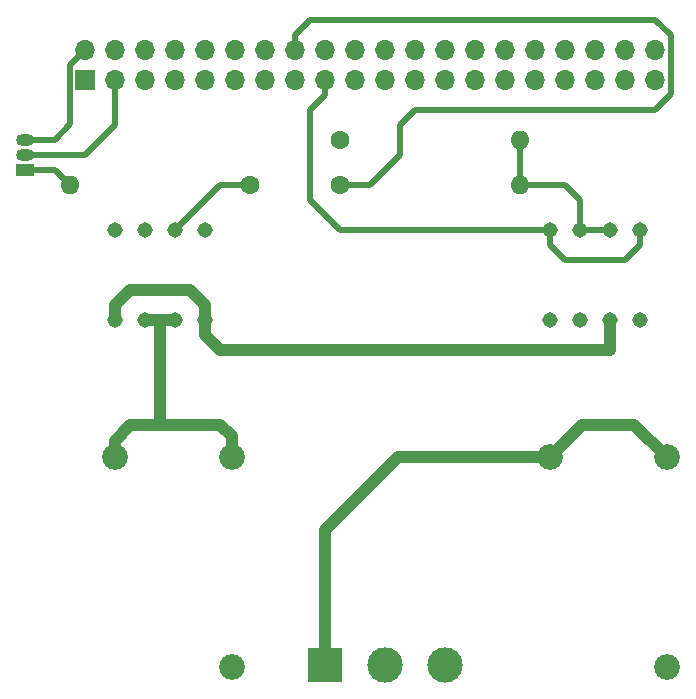
<source format=gbr>
%TF.GenerationSoftware,KiCad,Pcbnew,5.1.10-88a1d61d58~90~ubuntu20.04.1*%
%TF.CreationDate,2021-09-14T14:26:02-04:00*%
%TF.ProjectId,tele-pi,74656c65-2d70-4692-9e6b-696361645f70,rev?*%
%TF.SameCoordinates,Original*%
%TF.FileFunction,Copper,L1,Top*%
%TF.FilePolarity,Positive*%
%FSLAX46Y46*%
G04 Gerber Fmt 4.6, Leading zero omitted, Abs format (unit mm)*
G04 Created by KiCad (PCBNEW 5.1.10-88a1d61d58~90~ubuntu20.04.1) date 2021-09-14 14:26:02*
%MOMM*%
%LPD*%
G01*
G04 APERTURE LIST*
%TA.AperFunction,ComponentPad*%
%ADD10O,1.600000X1.600000*%
%TD*%
%TA.AperFunction,ComponentPad*%
%ADD11C,1.600000*%
%TD*%
%TA.AperFunction,ComponentPad*%
%ADD12C,3.000000*%
%TD*%
%TA.AperFunction,ComponentPad*%
%ADD13R,3.000000X3.000000*%
%TD*%
%TA.AperFunction,ComponentPad*%
%ADD14C,1.308100*%
%TD*%
%TA.AperFunction,ComponentPad*%
%ADD15C,2.171700*%
%TD*%
%TA.AperFunction,ComponentPad*%
%ADD16R,1.500000X1.050000*%
%TD*%
%TA.AperFunction,ComponentPad*%
%ADD17O,1.500000X1.050000*%
%TD*%
%TA.AperFunction,ComponentPad*%
%ADD18O,1.700000X1.700000*%
%TD*%
%TA.AperFunction,ComponentPad*%
%ADD19R,1.700000X1.700000*%
%TD*%
%TA.AperFunction,Conductor*%
%ADD20C,0.500000*%
%TD*%
%TA.AperFunction,Conductor*%
%ADD21C,1.000000*%
%TD*%
G04 APERTURE END LIST*
D10*
%TO.P,R1,2*%
%TO.N,Net-(Q1-Pad1)*%
X82550000Y-69850000D03*
D11*
%TO.P,R1,1*%
%TO.N,Net-(K1-Pad2)*%
X97790000Y-69850000D03*
%TD*%
D12*
%TO.P,+            -,3*%
%TO.N,Net-(J1-TX1-PadS)*%
X114300000Y-110490000D03*
%TO.P,+            -,2*%
%TO.N,Net-(J2-Pad2)*%
X109220000Y-110490000D03*
D13*
%TO.P,+            -,1*%
%TO.N,Net-(J1-TX2-PadT)*%
X104140000Y-110490000D03*
%TD*%
D10*
%TO.P,R3,2*%
%TO.N,Net-(K2-Pad6)*%
X120650000Y-66040000D03*
D11*
%TO.P,R3,1*%
%TO.N,GND*%
X105410000Y-66040000D03*
%TD*%
D10*
%TO.P,R2,2*%
%TO.N,Net-(K2-Pad6)*%
X120650000Y-69850000D03*
D11*
%TO.P,R2,1*%
%TO.N,Net-(J1-Pad16)*%
X105410000Y-69850000D03*
%TD*%
D14*
%TO.P,K2,8*%
%TO.N,Net-(J1-Pad17)*%
X123190000Y-73660000D03*
%TO.P,K2,7*%
%TO.N,Net-(K2-Pad6)*%
X125730000Y-73660000D03*
%TO.P,K2,6*%
X128270000Y-73660000D03*
%TO.P,K2,5*%
%TO.N,Net-(J1-Pad17)*%
X130810000Y-73660000D03*
%TO.P,K2,4*%
%TO.N,Net-(K2-Pad4)*%
X130810000Y-81280000D03*
%TO.P,K2,3*%
%TO.N,Net-(K1-Pad5)*%
X128270000Y-81280000D03*
%TO.P,K2,2*%
%TO.N,Net-(J1-TX2-PadS)*%
X125730000Y-81280000D03*
%TO.P,K2,1*%
%TO.N,Net-(K2-Pad1)*%
X123190000Y-81280000D03*
%TD*%
D15*
%TO.P,KEYBOARD-(RX),TB*%
%TO.N,Net-(J1-TX2-PadT)*%
X123113800Y-92913200D03*
%TO.P,KEYBOARD-(RX),T*%
X133019800Y-92913200D03*
%TO.P,KEYBOARD-(RX),S*%
%TO.N,Net-(J1-TX2-PadS)*%
X133019800Y-110693200D03*
%TD*%
D14*
%TO.P,K1,8*%
%TO.N,Net-(K1-Pad5)*%
X93980000Y-81280000D03*
%TO.P,K1,7*%
%TO.N,Net-(J1-TX1-PadT)*%
X91440000Y-81280000D03*
%TO.P,K1,6*%
X88900000Y-81280000D03*
%TO.P,K1,5*%
%TO.N,Net-(K1-Pad5)*%
X86360000Y-81280000D03*
%TO.P,K1,4*%
%TO.N,Net-(K1-Pad4)*%
X86360000Y-73660000D03*
%TO.P,K1,3*%
%TO.N,GND*%
X88900000Y-73660000D03*
%TO.P,K1,2*%
%TO.N,Net-(K1-Pad2)*%
X91440000Y-73660000D03*
%TO.P,K1,1*%
%TO.N,Net-(K1-Pad1)*%
X93980000Y-73660000D03*
%TD*%
D16*
%TO.P,Q1,1*%
%TO.N,Net-(Q1-Pad1)*%
X78740000Y-68580000D03*
D17*
%TO.P,Q1,3*%
%TO.N,Net-(J1-Pad2)*%
X78740000Y-66040000D03*
%TO.P,Q1,2*%
%TO.N,Net-(J1-Pad3)*%
X78740000Y-67310000D03*
%TD*%
D18*
%TO.P,J1,40*%
%TO.N,Net-(J1-Pad40)*%
X132080000Y-58420000D03*
%TO.P,J1,39*%
%TO.N,GND*%
X132080000Y-60960000D03*
%TO.P,J1,38*%
%TO.N,Net-(J1-Pad38)*%
X129540000Y-58420000D03*
%TO.P,J1,37*%
%TO.N,Net-(J1-Pad37)*%
X129540000Y-60960000D03*
%TO.P,J1,36*%
%TO.N,Net-(J1-Pad36)*%
X127000000Y-58420000D03*
%TO.P,J1,35*%
%TO.N,Net-(J1-Pad35)*%
X127000000Y-60960000D03*
%TO.P,J1,34*%
%TO.N,GND*%
X124460000Y-58420000D03*
%TO.P,J1,33*%
%TO.N,Net-(J1-Pad33)*%
X124460000Y-60960000D03*
%TO.P,J1,32*%
%TO.N,Net-(J1-Pad32)*%
X121920000Y-58420000D03*
%TO.P,J1,31*%
%TO.N,Net-(J1-Pad31)*%
X121920000Y-60960000D03*
%TO.P,J1,30*%
%TO.N,GND*%
X119380000Y-58420000D03*
%TO.P,J1,29*%
%TO.N,Net-(J1-Pad29)*%
X119380000Y-60960000D03*
%TO.P,J1,28*%
%TO.N,Net-(J1-Pad28)*%
X116840000Y-58420000D03*
%TO.P,J1,27*%
%TO.N,Net-(J1-Pad27)*%
X116840000Y-60960000D03*
%TO.P,J1,26*%
%TO.N,Net-(J1-Pad26)*%
X114300000Y-58420000D03*
%TO.P,J1,25*%
%TO.N,GND*%
X114300000Y-60960000D03*
%TO.P,J1,24*%
%TO.N,Net-(J1-Pad24)*%
X111760000Y-58420000D03*
%TO.P,J1,23*%
%TO.N,Net-(J1-Pad23)*%
X111760000Y-60960000D03*
%TO.P,J1,22*%
%TO.N,Net-(J1-Pad22)*%
X109220000Y-58420000D03*
%TO.P,J1,21*%
%TO.N,Net-(J1-Pad21)*%
X109220000Y-60960000D03*
%TO.P,J1,20*%
%TO.N,GND*%
X106680000Y-58420000D03*
%TO.P,J1,19*%
%TO.N,Net-(J1-Pad19)*%
X106680000Y-60960000D03*
%TO.P,J1,18*%
%TO.N,Net-(J1-Pad18)*%
X104140000Y-58420000D03*
%TO.P,J1,17*%
%TO.N,Net-(J1-Pad17)*%
X104140000Y-60960000D03*
%TO.P,J1,16*%
%TO.N,Net-(J1-Pad16)*%
X101600000Y-58420000D03*
%TO.P,J1,15*%
%TO.N,Net-(J1-Pad15)*%
X101600000Y-60960000D03*
%TO.P,J1,14*%
%TO.N,GND*%
X99060000Y-58420000D03*
%TO.P,J1,13*%
%TO.N,Net-(J1-Pad13)*%
X99060000Y-60960000D03*
%TO.P,J1,12*%
%TO.N,Net-(J1-Pad12)*%
X96520000Y-58420000D03*
%TO.P,J1,11*%
%TO.N,Net-(J1-Pad11)*%
X96520000Y-60960000D03*
%TO.P,J1,10*%
%TO.N,Net-(J1-Pad10)*%
X93980000Y-58420000D03*
%TO.P,J1,9*%
%TO.N,GND*%
X93980000Y-60960000D03*
%TO.P,J1,8*%
%TO.N,Net-(J1-Pad8)*%
X91440000Y-58420000D03*
%TO.P,J1,7*%
%TO.N,Net-(J1-Pad7)*%
X91440000Y-60960000D03*
%TO.P,J1,6*%
%TO.N,GND*%
X88900000Y-58420000D03*
%TO.P,J1,5*%
%TO.N,Net-(J1-Pad5)*%
X88900000Y-60960000D03*
%TO.P,J1,4*%
%TO.N,Net-(J1-Pad4)*%
X86360000Y-58420000D03*
%TO.P,J1,3*%
%TO.N,Net-(J1-Pad3)*%
X86360000Y-60960000D03*
%TO.P,J1,2*%
%TO.N,Net-(J1-Pad2)*%
X83820000Y-58420000D03*
D19*
%TO.P,J1,1*%
%TO.N,Net-(J1-Pad1)*%
X83820000Y-60960000D03*
%TD*%
D15*
%TO.P,PRINTER-(TX),TB*%
%TO.N,Net-(J1-TX1-PadT)*%
X86283800Y-92913200D03*
%TO.P,PRINTER-(TX),T*%
X96189800Y-92913200D03*
%TO.P,PRINTER-(TX),S*%
%TO.N,Net-(J1-TX1-PadS)*%
X96189800Y-110693200D03*
%TD*%
D20*
%TO.N,Net-(J1-Pad17)*%
X123190000Y-73660000D02*
X123190000Y-74930000D01*
X123190000Y-74930000D02*
X124460000Y-76200000D01*
X124460000Y-76200000D02*
X129540000Y-76200000D01*
X130810000Y-74930000D02*
X130810000Y-73660000D01*
X129540000Y-76200000D02*
X130810000Y-74930000D01*
X105410000Y-73660000D02*
X123190000Y-73660000D01*
X102870000Y-71120000D02*
X105410000Y-73660000D01*
X102870000Y-63500000D02*
X102870000Y-71120000D01*
X104140000Y-62230000D02*
X102870000Y-63500000D01*
X104140000Y-60960000D02*
X104140000Y-62230000D01*
%TO.N,Net-(J1-Pad16)*%
X101600000Y-57150000D02*
X101600000Y-58420000D01*
X102870000Y-55880000D02*
X101600000Y-57150000D01*
X105410000Y-69850000D02*
X107950000Y-69850000D01*
X107950000Y-69850000D02*
X110490000Y-67310000D01*
X110490000Y-64770000D02*
X111760000Y-63500000D01*
X110490000Y-67310000D02*
X110490000Y-64770000D01*
X132080000Y-55880000D02*
X133380001Y-57180001D01*
X133380001Y-57180001D02*
X133380001Y-62199999D01*
X133380001Y-62199999D02*
X132080000Y-63500000D01*
X111760000Y-63500000D02*
X132080000Y-63500000D01*
X132080000Y-55880000D02*
X102870000Y-55880000D01*
%TO.N,Net-(J1-Pad3)*%
X86360000Y-60960000D02*
X86360000Y-62230000D01*
X86360000Y-63500000D02*
X86360000Y-60960000D01*
X78740000Y-67310000D02*
X83820000Y-67310000D01*
X86360000Y-64770000D02*
X86360000Y-63500000D01*
X83820000Y-67310000D02*
X86360000Y-64770000D01*
%TO.N,Net-(J1-Pad2)*%
X82519999Y-59720001D02*
X83820000Y-58420000D01*
X82519999Y-64739999D02*
X82519999Y-59720001D01*
X81219998Y-66040000D02*
X82519999Y-64739999D01*
X78740000Y-66040000D02*
X81219998Y-66040000D01*
%TO.N,Net-(Q1-Pad1)*%
X81280000Y-68580000D02*
X82550000Y-69850000D01*
X78740000Y-68580000D02*
X81280000Y-68580000D01*
%TO.N,Net-(K1-Pad2)*%
X95250000Y-69850000D02*
X97790000Y-69850000D01*
X91440000Y-73660000D02*
X95250000Y-69850000D01*
%TO.N,Net-(K2-Pad6)*%
X125730000Y-73660000D02*
X125730000Y-71120000D01*
X128270000Y-73660000D02*
X125730000Y-73660000D01*
X120650000Y-66040000D02*
X120650000Y-69850000D01*
X124460000Y-69850000D02*
X125730000Y-71120000D01*
X120650000Y-69850000D02*
X124460000Y-69850000D01*
D21*
%TO.N,Net-(J1-TX2-PadT)*%
X123113800Y-92913200D02*
X125857000Y-90170000D01*
X130276600Y-90170000D02*
X133019800Y-92913200D01*
X125857000Y-90170000D02*
X130276600Y-90170000D01*
X104140000Y-110490000D02*
X104140000Y-99060000D01*
X110286800Y-92913200D02*
X123113800Y-92913200D01*
X104140000Y-99060000D02*
X110286800Y-92913200D01*
%TO.N,Net-(J1-TX1-PadT)*%
X88900000Y-81280000D02*
X90170000Y-81280000D01*
X90170000Y-81280000D02*
X91440000Y-81280000D01*
X90170000Y-81280000D02*
X90170000Y-90170000D01*
X90170000Y-90170000D02*
X93980000Y-90170000D01*
X88900000Y-90170000D02*
X90170000Y-90170000D01*
X96189800Y-92913200D02*
X96189800Y-91109800D01*
X95250000Y-90170000D02*
X93980000Y-90170000D01*
X96189800Y-91109800D02*
X95250000Y-90170000D01*
X86283800Y-92913200D02*
X86283800Y-91516200D01*
X87630000Y-90170000D02*
X88900000Y-90170000D01*
X86283800Y-91516200D02*
X87630000Y-90170000D01*
%TO.N,Net-(K1-Pad5)*%
X86360000Y-80010000D02*
X86360000Y-81280000D01*
X87630000Y-78740000D02*
X86360000Y-80010000D01*
X92710000Y-78740000D02*
X93980000Y-80010000D01*
X93980000Y-81280000D02*
X93980000Y-80010000D01*
X92710000Y-78740000D02*
X87630000Y-78740000D01*
X93980000Y-81280000D02*
X93980000Y-82550000D01*
X93980000Y-82550000D02*
X95250000Y-83820000D01*
X128270000Y-81280000D02*
X128270000Y-83820000D01*
X128270000Y-83820000D02*
X95250000Y-83820000D01*
%TD*%
M02*

</source>
